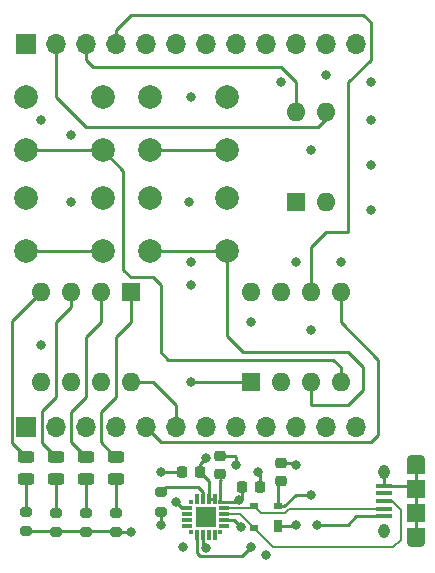
<source format=gbr>
%TF.GenerationSoftware,KiCad,Pcbnew,(6.0.9-0)*%
%TF.CreationDate,2022-11-13T08:04:19-06:00*%
%TF.ProjectId,ProgramingAddOn,50726f67-7261-46d6-996e-674164644f6e,rev?*%
%TF.SameCoordinates,Original*%
%TF.FileFunction,Copper,L1,Top*%
%TF.FilePolarity,Positive*%
%FSLAX46Y46*%
G04 Gerber Fmt 4.6, Leading zero omitted, Abs format (unit mm)*
G04 Created by KiCad (PCBNEW (6.0.9-0)) date 2022-11-13 08:04:19*
%MOMM*%
%LPD*%
G01*
G04 APERTURE LIST*
G04 Aperture macros list*
%AMRoundRect*
0 Rectangle with rounded corners*
0 $1 Rounding radius*
0 $2 $3 $4 $5 $6 $7 $8 $9 X,Y pos of 4 corners*
0 Add a 4 corners polygon primitive as box body*
4,1,4,$2,$3,$4,$5,$6,$7,$8,$9,$2,$3,0*
0 Add four circle primitives for the rounded corners*
1,1,$1+$1,$2,$3*
1,1,$1+$1,$4,$5*
1,1,$1+$1,$6,$7*
1,1,$1+$1,$8,$9*
0 Add four rect primitives between the rounded corners*
20,1,$1+$1,$2,$3,$4,$5,0*
20,1,$1+$1,$4,$5,$6,$7,0*
20,1,$1+$1,$6,$7,$8,$9,0*
20,1,$1+$1,$8,$9,$2,$3,0*%
G04 Aperture macros list end*
%TA.AperFunction,ComponentPad*%
%ADD10C,2.000000*%
%TD*%
%TA.AperFunction,SMDPad,CuDef*%
%ADD11RoundRect,0.225000X0.250000X-0.225000X0.250000X0.225000X-0.250000X0.225000X-0.250000X-0.225000X0*%
%TD*%
%TA.AperFunction,SMDPad,CuDef*%
%ADD12RoundRect,0.243750X-0.456250X0.243750X-0.456250X-0.243750X0.456250X-0.243750X0.456250X0.243750X0*%
%TD*%
%TA.AperFunction,SMDPad,CuDef*%
%ADD13RoundRect,0.200000X0.275000X-0.200000X0.275000X0.200000X-0.275000X0.200000X-0.275000X-0.200000X0*%
%TD*%
%TA.AperFunction,SMDPad,CuDef*%
%ADD14R,0.700000X1.000000*%
%TD*%
%TA.AperFunction,SMDPad,CuDef*%
%ADD15R,0.700000X0.600000*%
%TD*%
%TA.AperFunction,ComponentPad*%
%ADD16R,1.600000X1.600000*%
%TD*%
%TA.AperFunction,ComponentPad*%
%ADD17O,1.600000X1.600000*%
%TD*%
%TA.AperFunction,SMDPad,CuDef*%
%ADD18R,1.350000X0.400000*%
%TD*%
%TA.AperFunction,SMDPad,CuDef*%
%ADD19R,1.550000X1.200000*%
%TD*%
%TA.AperFunction,ComponentPad*%
%ADD20O,1.550000X0.890000*%
%TD*%
%TA.AperFunction,ComponentPad*%
%ADD21O,0.950000X1.250000*%
%TD*%
%TA.AperFunction,SMDPad,CuDef*%
%ADD22R,1.550000X1.500000*%
%TD*%
%TA.AperFunction,SMDPad,CuDef*%
%ADD23RoundRect,0.225000X-0.225000X-0.250000X0.225000X-0.250000X0.225000X0.250000X-0.225000X0.250000X0*%
%TD*%
%TA.AperFunction,SMDPad,CuDef*%
%ADD24R,0.300000X0.300000*%
%TD*%
%TA.AperFunction,SMDPad,CuDef*%
%ADD25R,0.900000X0.300000*%
%TD*%
%TA.AperFunction,SMDPad,CuDef*%
%ADD26R,0.300000X0.900000*%
%TD*%
%TA.AperFunction,SMDPad,CuDef*%
%ADD27R,1.800000X1.800000*%
%TD*%
%TA.AperFunction,SMDPad,CuDef*%
%ADD28RoundRect,0.225000X0.225000X0.250000X-0.225000X0.250000X-0.225000X-0.250000X0.225000X-0.250000X0*%
%TD*%
%TA.AperFunction,ComponentPad*%
%ADD29R,1.700000X1.700000*%
%TD*%
%TA.AperFunction,ComponentPad*%
%ADD30O,1.700000X1.700000*%
%TD*%
%TA.AperFunction,ViaPad*%
%ADD31C,0.800000*%
%TD*%
%TA.AperFunction,Conductor*%
%ADD32C,0.250000*%
%TD*%
%TA.AperFunction,Conductor*%
%ADD33C,0.200000*%
%TD*%
G04 APERTURE END LIST*
D10*
%TO.P,SW2,1,1*%
%TO.N,+3.3V*%
X74050000Y-55880000D03*
X80550000Y-55880000D03*
%TO.P,SW2,2,2*%
%TO.N,Net-(SW2-Pad2)*%
X80550000Y-60380000D03*
X74050000Y-60380000D03*
%TD*%
D11*
%TO.P,C3,1*%
%TO.N,+3.3V*%
X79955557Y-87832003D03*
%TO.P,C3,2*%
%TO.N,GND*%
X79955557Y-86282003D03*
%TD*%
D12*
%TO.P,D2,1,K*%
%TO.N,Net-(D2-Pad1)*%
X66040000Y-86312500D03*
%TO.P,D2,2,A*%
%TO.N,Net-(D2-Pad2)*%
X66040000Y-88187500D03*
%TD*%
D13*
%TO.P,R3,1*%
%TO.N,GND*%
X63485603Y-92646873D03*
%TO.P,R3,2*%
%TO.N,Net-(D3-Pad2)*%
X63485603Y-90996873D03*
%TD*%
D14*
%TO.P,D1,1,A*%
%TO.N,GND*%
X84820000Y-92190000D03*
D15*
%TO.P,D1,2,K*%
%TO.N,VBUS*%
X84820000Y-90490000D03*
%TO.P,D1,3,K*%
%TO.N,/D-*%
X82820000Y-90490000D03*
%TO.P,D1,4,K*%
%TO.N,/D+*%
X82820000Y-92390000D03*
%TD*%
D16*
%TO.P,SW7,1*%
%TO.N,Net-(SW4-Pad2)*%
X82560000Y-80010000D03*
D17*
%TO.P,SW7,2*%
%TO.N,Net-(SW2-Pad2)*%
X85100000Y-80010000D03*
%TO.P,SW7,3*%
%TO.N,Net-(SW6-Pad2)*%
X87640000Y-80010000D03*
%TO.P,SW7,4*%
%TO.N,Net-(SW3-Pad2)*%
X90180000Y-80010000D03*
%TO.P,SW7,5*%
%TO.N,/In-0*%
X90180000Y-72390000D03*
%TO.P,SW7,6*%
%TO.N,/In-1*%
X87640000Y-72390000D03*
%TO.P,SW7,7*%
%TO.N,/In-2 {slash} RX*%
X85100000Y-72390000D03*
%TO.P,SW7,8*%
%TO.N,/In-3 {slash} TX*%
X82560000Y-72390000D03*
%TD*%
D18*
%TO.P,J1,1,VBUS*%
%TO.N,VBUS*%
X93850000Y-91381298D03*
%TO.P,J1,2,D-*%
%TO.N,/D-*%
X93850000Y-90731298D03*
%TO.P,J1,3,D+*%
%TO.N,/D+*%
X93850000Y-90081298D03*
%TO.P,J1,4,ID*%
%TO.N,unconnected-(J1-Pad4)*%
X93850000Y-89431298D03*
%TO.P,J1,5,GND*%
%TO.N,GND*%
X93850000Y-88781298D03*
D19*
%TO.P,J1,6,Shield*%
X96550000Y-87181298D03*
D20*
X96550000Y-86581298D03*
D21*
X93850000Y-92581298D03*
D22*
X96550000Y-89081298D03*
D19*
X96550000Y-92981298D03*
D21*
X93850000Y-87581298D03*
D22*
X96550000Y-91081298D03*
D20*
X96550000Y-93581298D03*
%TD*%
D16*
%TO.P,SW1,1*%
%TO.N,/TXD*%
X86380000Y-64770000D03*
D17*
%TO.P,SW1,2*%
%TO.N,/RXD*%
X88920000Y-64770000D03*
%TO.P,SW1,3*%
%TO.N,/In-3 {slash} TX*%
X88920000Y-57150000D03*
%TO.P,SW1,4*%
%TO.N,/In-2 {slash} RX*%
X86380000Y-57150000D03*
%TD*%
D13*
%TO.P,R5,1*%
%TO.N,GND*%
X71120000Y-92710000D03*
%TO.P,R5,2*%
%TO.N,Net-(D5-Pad2)*%
X71120000Y-91060000D03*
%TD*%
%TO.P,R4,1*%
%TO.N,GND*%
X68580000Y-92710000D03*
%TO.P,R4,2*%
%TO.N,Net-(D4-Pad2)*%
X68580000Y-91060000D03*
%TD*%
D11*
%TO.P,C1,1*%
%TO.N,VBUS*%
X85090000Y-88405000D03*
%TO.P,C1,2*%
%TO.N,GND*%
X85090000Y-86855000D03*
%TD*%
D23*
%TO.P,C4,1*%
%TO.N,+3.3V*%
X81775000Y-88900000D03*
%TO.P,C4,2*%
%TO.N,GND*%
X83325000Y-88900000D03*
%TD*%
D10*
%TO.P,SW4,1,1*%
%TO.N,+3.3V*%
X70000000Y-64430000D03*
X63500000Y-64430000D03*
%TO.P,SW4,2,2*%
%TO.N,Net-(SW4-Pad2)*%
X63500000Y-68930000D03*
X70000000Y-68930000D03*
%TD*%
%TO.P,SW3,1,1*%
%TO.N,+3.3V*%
X70000000Y-55880000D03*
X63500000Y-55880000D03*
%TO.P,SW3,2,2*%
%TO.N,Net-(SW3-Pad2)*%
X63500000Y-60380000D03*
X70000000Y-60380000D03*
%TD*%
D12*
%TO.P,D5,1,K*%
%TO.N,Net-(D5-Pad1)*%
X71120000Y-86312500D03*
%TO.P,D5,2,A*%
%TO.N,Net-(D5-Pad2)*%
X71120000Y-88187500D03*
%TD*%
D24*
%TO.P,U1,1,RS485/GPIO.1*%
%TO.N,unconnected-(U1-Pad1)*%
X79990000Y-92690000D03*
D25*
%TO.P,U1,2,CLK/GPIO.0*%
%TO.N,unconnected-(U1-Pad2)*%
X80290000Y-92190000D03*
%TO.P,U1,3,GND*%
%TO.N,GND*%
X80290000Y-91690000D03*
%TO.P,U1,4,D+*%
%TO.N,/D+*%
X80290000Y-91190000D03*
%TO.P,U1,5,D-*%
%TO.N,/D-*%
X80290000Y-90690000D03*
D24*
%TO.P,U1,6,VDD*%
%TO.N,+3.3V*%
X79990000Y-90190000D03*
D26*
%TO.P,U1,7,VREGIN*%
%TO.N,VBUS*%
X79490000Y-89890000D03*
%TO.P,U1,8,VBUS*%
X78990000Y-89890000D03*
%TO.P,U1,9,~{RST}*%
%TO.N,Net-(R1-Pad2)*%
X78490000Y-89890000D03*
%TO.P,U1,10,NC*%
%TO.N,unconnected-(U1-Pad10)*%
X77990000Y-89890000D03*
D24*
%TO.P,U1,11,~{SUSPEND}*%
%TO.N,unconnected-(U1-Pad11)*%
X77490000Y-90190000D03*
D25*
%TO.P,U1,12,GND*%
%TO.N,GND*%
X77190000Y-90690000D03*
%TO.P,U1,13,~{WAKEUP}*%
%TO.N,unconnected-(U1-Pad13)*%
X77190000Y-91190000D03*
%TO.P,U1,14,SUSPEND*%
%TO.N,unconnected-(U1-Pad14)*%
X77190000Y-91690000D03*
%TO.P,U1,15,~{CTS}*%
%TO.N,unconnected-(U1-Pad15)*%
X77190000Y-92190000D03*
D24*
%TO.P,U1,16,~{RTS}*%
%TO.N,unconnected-(U1-Pad16)*%
X77490000Y-92690000D03*
D26*
%TO.P,U1,17,RXD*%
%TO.N,/RXD*%
X77990000Y-92990000D03*
%TO.P,U1,18,TXD*%
%TO.N,/TXD*%
X78490000Y-92990000D03*
%TO.P,U1,19,~{RXT}/GPIO.3*%
%TO.N,unconnected-(U1-Pad19)*%
X78990000Y-92990000D03*
%TO.P,U1,20,~{TXT}/GPIO.2*%
%TO.N,unconnected-(U1-Pad20)*%
X79490000Y-92990000D03*
D27*
%TO.P,U1,21,GND*%
%TO.N,GND*%
X78740000Y-91440000D03*
%TD*%
D13*
%TO.P,R2,1*%
%TO.N,GND*%
X66040000Y-92710000D03*
%TO.P,R2,2*%
%TO.N,Net-(D2-Pad2)*%
X66040000Y-91060000D03*
%TD*%
D12*
%TO.P,D4,1,K*%
%TO.N,Net-(D4-Pad1)*%
X68580000Y-86322768D03*
%TO.P,D4,2,A*%
%TO.N,Net-(D4-Pad2)*%
X68580000Y-88197768D03*
%TD*%
D13*
%TO.P,R1,1*%
%TO.N,+3.3V*%
X74930000Y-90995000D03*
%TO.P,R1,2*%
%TO.N,Net-(R1-Pad2)*%
X74930000Y-89345000D03*
%TD*%
D28*
%TO.P,C2,1*%
%TO.N,VBUS*%
X78245000Y-87630000D03*
%TO.P,C2,2*%
%TO.N,GND*%
X76695000Y-87630000D03*
%TD*%
D10*
%TO.P,SW6,1,1*%
%TO.N,+3.3V*%
X74050000Y-64430000D03*
X80550000Y-64430000D03*
%TO.P,SW6,2,2*%
%TO.N,Net-(SW6-Pad2)*%
X80550000Y-68930000D03*
X74050000Y-68930000D03*
%TD*%
D16*
%TO.P,SW5,1*%
%TO.N,Net-(D5-Pad1)*%
X72390000Y-72400000D03*
D17*
%TO.P,SW5,2*%
%TO.N,Net-(D4-Pad1)*%
X69850000Y-72400000D03*
%TO.P,SW5,3*%
%TO.N,Net-(D2-Pad1)*%
X67310000Y-72400000D03*
%TO.P,SW5,4*%
%TO.N,Net-(D3-Pad1)*%
X64770000Y-72400000D03*
%TO.P,SW5,5*%
%TO.N,/Out-0*%
X64770000Y-80020000D03*
%TO.P,SW5,6*%
%TO.N,/Out-1*%
X67310000Y-80020000D03*
%TO.P,SW5,7*%
%TO.N,/Out-2*%
X69850000Y-80020000D03*
%TO.P,SW5,8*%
%TO.N,/Out-3*%
X72390000Y-80020000D03*
%TD*%
D29*
%TO.P,J4,1,Pin_1*%
%TO.N,GND*%
X63495000Y-51365000D03*
D30*
%TO.P,J4,2,Pin_2*%
%TO.N,/In-3 {slash} TX*%
X66035000Y-51365000D03*
%TO.P,J4,3,Pin_3*%
%TO.N,/In-2 {slash} RX*%
X68575000Y-51365000D03*
%TO.P,J4,4,Pin_4*%
%TO.N,/In-1*%
X71115000Y-51365000D03*
%TO.P,J4,5,Pin_5*%
%TO.N,/In-0*%
X73655000Y-51365000D03*
%TO.P,J4,6,Pin_6*%
%TO.N,/Out-3*%
X76195000Y-51365000D03*
%TO.P,J4,7,Pin_7*%
%TO.N,/Out-2*%
X78735000Y-51365000D03*
%TO.P,J4,8,Pin_8*%
%TO.N,/Out-1*%
X81275000Y-51365000D03*
%TO.P,J4,9,Pin_9*%
%TO.N,/Out-0*%
X83815000Y-51365000D03*
%TO.P,J4,10,Pin_10*%
%TO.N,GND*%
X86355000Y-51365000D03*
%TO.P,J4,11,Pin_11*%
%TO.N,+3.3V*%
X88895000Y-51365000D03*
%TO.P,J4,12,Pin_12*%
%TO.N,/Reset*%
X91435000Y-51365000D03*
%TD*%
D12*
%TO.P,D3,1,K*%
%TO.N,Net-(D3-Pad1)*%
X63485603Y-86348507D03*
%TO.P,D3,2,A*%
%TO.N,Net-(D3-Pad2)*%
X63485603Y-88223507D03*
%TD*%
D29*
%TO.P,J5,1,Pin_1*%
%TO.N,GND*%
X63500000Y-83830000D03*
D30*
%TO.P,J5,2,Pin_2*%
%TO.N,/In-3 {slash} TX*%
X66040000Y-83830000D03*
%TO.P,J5,3,Pin_3*%
%TO.N,/In-2 {slash} RX*%
X68580000Y-83830000D03*
%TO.P,J5,4,Pin_4*%
%TO.N,/In-1*%
X71120000Y-83830000D03*
%TO.P,J5,5,Pin_5*%
%TO.N,/In-0*%
X73660000Y-83830000D03*
%TO.P,J5,6,Pin_6*%
%TO.N,/Out-3*%
X76200000Y-83830000D03*
%TO.P,J5,7,Pin_7*%
%TO.N,/Out-2*%
X78740000Y-83830000D03*
%TO.P,J5,8,Pin_8*%
%TO.N,/Out-1*%
X81280000Y-83830000D03*
%TO.P,J5,9,Pin_9*%
%TO.N,/Out-0*%
X83820000Y-83830000D03*
%TO.P,J5,10,Pin_10*%
%TO.N,GND*%
X86360000Y-83830000D03*
%TO.P,J5,11,Pin_11*%
%TO.N,+3.3V*%
X88900000Y-83830000D03*
%TO.P,J5,12,Pin_12*%
%TO.N,/Reset*%
X91440000Y-83830000D03*
%TD*%
D31*
%TO.N,VBUS*%
X87630000Y-89535000D03*
X78740000Y-86449500D03*
X88175000Y-92075000D03*
%TO.N,GND*%
X83820000Y-94615000D03*
X72390000Y-92710000D03*
X87630000Y-60325000D03*
X88900000Y-53975000D03*
X64770000Y-57785000D03*
X67310000Y-64770000D03*
X83185000Y-87630000D03*
X92710000Y-54610000D03*
X82550000Y-74930000D03*
X85090000Y-54610000D03*
X86360000Y-92075000D03*
X76200000Y-90170000D03*
X76835000Y-93980000D03*
X87630000Y-75565000D03*
X64770000Y-76835000D03*
X77470000Y-69850000D03*
X81280000Y-86995000D03*
X86360000Y-69850000D03*
X77300000Y-64770000D03*
X77470000Y-55880000D03*
X92710000Y-57785000D03*
X74930000Y-87630000D03*
X92710000Y-61595000D03*
X81695602Y-92254846D03*
X92710000Y-65405000D03*
X67310000Y-59055000D03*
X86360000Y-86995000D03*
X90170000Y-69850000D03*
X78740000Y-91440000D03*
%TO.N,+3.3V*%
X81575767Y-89990500D03*
X74930000Y-92075000D03*
%TO.N,/TXD*%
X78730837Y-94029479D03*
%TO.N,/RXD*%
X82550000Y-93980000D03*
%TO.N,Net-(SW4-Pad2)*%
X77470000Y-71755000D03*
X77470000Y-80010000D03*
%TD*%
D32*
%TO.N,/In-1*%
X71115000Y-51365000D02*
X71115000Y-50170000D01*
X92075000Y-48895000D02*
X92710000Y-49530000D01*
X71115000Y-50170000D02*
X72390000Y-48895000D01*
X72390000Y-48895000D02*
X92075000Y-48895000D01*
X92710000Y-49530000D02*
X92710000Y-52705000D01*
X88900000Y-67310000D02*
X87640000Y-68570000D01*
X92710000Y-52705000D02*
X90805000Y-54610000D01*
X90805000Y-54610000D02*
X90805000Y-67310000D01*
X90805000Y-67310000D02*
X88900000Y-67310000D01*
X87640000Y-68570000D02*
X87640000Y-72390000D01*
%TO.N,VBUS*%
X88175000Y-92075000D02*
X90805000Y-92075000D01*
X90805000Y-92075000D02*
X91498702Y-91381298D01*
X84820000Y-90490000D02*
X84820000Y-88675000D01*
X78990000Y-89890000D02*
X78990000Y-88375000D01*
X86360000Y-89535000D02*
X87630000Y-89535000D01*
X91498702Y-91381298D02*
X93850000Y-91381298D01*
X78245000Y-86944500D02*
X78740000Y-86449500D01*
X84820000Y-88675000D02*
X85090000Y-88405000D01*
X84820000Y-90490000D02*
X85405000Y-90490000D01*
X85405000Y-90490000D02*
X86360000Y-89535000D01*
X78990000Y-88375000D02*
X78245000Y-87630000D01*
X78990000Y-89890000D02*
X79490000Y-89890000D01*
X78245000Y-87630000D02*
X78245000Y-86944500D01*
%TO.N,GND*%
X77190000Y-90690000D02*
X76720000Y-90690000D01*
X76695000Y-87630000D02*
X74930000Y-87630000D01*
X83325000Y-87770000D02*
X83185000Y-87630000D01*
X71120000Y-92710000D02*
X72390000Y-92710000D01*
X93850000Y-88781298D02*
X93850000Y-87581298D01*
X71056873Y-92646873D02*
X71120000Y-92710000D01*
X81280000Y-86360000D02*
X81280000Y-86995000D01*
X96550000Y-89081298D02*
X96550000Y-91081298D01*
X63485603Y-92646873D02*
X71056873Y-92646873D01*
X96550000Y-91081298D02*
X96550000Y-92981298D01*
X86220000Y-86855000D02*
X86360000Y-86995000D01*
X96250000Y-88781298D02*
X96550000Y-89081298D01*
X86245000Y-92190000D02*
X86360000Y-92075000D01*
X81130756Y-91690000D02*
X81695602Y-92254846D01*
X79955557Y-86282003D02*
X81202003Y-86282003D01*
X84820000Y-92190000D02*
X86245000Y-92190000D01*
X81202003Y-86282003D02*
X81280000Y-86360000D01*
X93850000Y-88781298D02*
X96250000Y-88781298D01*
X85090000Y-86855000D02*
X86220000Y-86855000D01*
X80290000Y-91690000D02*
X81130756Y-91690000D01*
X96550000Y-87181298D02*
X96550000Y-89081298D01*
X76720000Y-90690000D02*
X76200000Y-90170000D01*
X83325000Y-88900000D02*
X83325000Y-87770000D01*
%TO.N,+3.3V*%
X74930000Y-90995000D02*
X74930000Y-92075000D01*
X79990000Y-90190000D02*
X79990000Y-88285000D01*
X81775000Y-88900000D02*
X81775000Y-89791267D01*
X79990000Y-88285000D02*
X80010000Y-88265000D01*
X79990000Y-90190000D02*
X81376267Y-90190000D01*
X81376267Y-90190000D02*
X81575767Y-89990500D01*
X81775000Y-89791267D02*
X81575767Y-89990500D01*
D33*
%TO.N,/D+*%
X84410000Y-93980000D02*
X94615000Y-93980000D01*
X94615000Y-93980000D02*
X95250000Y-93345000D01*
X82820000Y-92390000D02*
X84410000Y-93980000D01*
X82820000Y-92390000D02*
X81620000Y-91190000D01*
X95250000Y-90805000D02*
X94526298Y-90081298D01*
X95250000Y-93345000D02*
X95250000Y-90805000D01*
X94526298Y-90081298D02*
X93850000Y-90081298D01*
X81620000Y-91190000D02*
X80290000Y-91190000D01*
D32*
%TO.N,Net-(D2-Pad2)*%
X66040000Y-91060000D02*
X66040000Y-88187500D01*
%TO.N,Net-(D4-Pad2)*%
X68580000Y-91060000D02*
X68580000Y-88197768D01*
%TO.N,Net-(D5-Pad2)*%
X71120000Y-88187500D02*
X71120000Y-91060000D01*
%TO.N,/TXD*%
X78490000Y-93788642D02*
X78490000Y-92990000D01*
X78730837Y-94029479D02*
X78490000Y-93788642D01*
%TO.N,/RXD*%
X81775521Y-94754479D02*
X82550000Y-93980000D01*
X77990000Y-92990000D02*
X77990000Y-94500000D01*
X77990000Y-94500000D02*
X78244479Y-94754479D01*
X78244479Y-94754479D02*
X81775521Y-94754479D01*
%TO.N,/In-2 {slash} RX*%
X86380000Y-54630000D02*
X85090000Y-53340000D01*
X86380000Y-57150000D02*
X86380000Y-54630000D01*
X69215000Y-53340000D02*
X68575000Y-52700000D01*
X85090000Y-53340000D02*
X69215000Y-53340000D01*
X68575000Y-52700000D02*
X68575000Y-51365000D01*
%TO.N,/In-3 {slash} TX*%
X68580000Y-58420000D02*
X66035000Y-55875000D01*
X88265000Y-58420000D02*
X68580000Y-58420000D01*
X88920000Y-57150000D02*
X88920000Y-57765000D01*
X66035000Y-55875000D02*
X66035000Y-51365000D01*
X88920000Y-57765000D02*
X88265000Y-58420000D01*
%TO.N,/Out-3*%
X76200000Y-81915000D02*
X76200000Y-83830000D01*
X74305000Y-80020000D02*
X76200000Y-81915000D01*
X72390000Y-80020000D02*
X74305000Y-80020000D01*
%TO.N,/In-0*%
X93345000Y-84455000D02*
X92710000Y-85090000D01*
X93345000Y-78105000D02*
X93345000Y-84455000D01*
X90180000Y-74940000D02*
X93345000Y-78105000D01*
X92710000Y-85090000D02*
X74920000Y-85090000D01*
X74920000Y-85090000D02*
X73660000Y-83830000D01*
X90180000Y-72390000D02*
X90180000Y-74940000D01*
%TO.N,Net-(R1-Pad2)*%
X75375000Y-88900000D02*
X74930000Y-89345000D01*
X78105000Y-88900000D02*
X75375000Y-88900000D01*
X78490000Y-89890000D02*
X78490000Y-89285000D01*
X78490000Y-89285000D02*
X78105000Y-88900000D01*
D33*
%TO.N,/D-*%
X85828702Y-90731298D02*
X85470000Y-91090000D01*
X83420000Y-91090000D02*
X82820000Y-90490000D01*
X85470000Y-91090000D02*
X83420000Y-91090000D01*
X85828702Y-90731298D02*
X93850000Y-90731298D01*
X82620000Y-90690000D02*
X82820000Y-90490000D01*
X80290000Y-90690000D02*
X82620000Y-90690000D01*
D32*
%TO.N,Net-(D2-Pad1)*%
X66040000Y-81280000D02*
X64865000Y-82455000D01*
X64865000Y-85137500D02*
X66040000Y-86312500D01*
X67310000Y-73660000D02*
X66040000Y-74930000D01*
X64865000Y-82455000D02*
X64865000Y-85137500D01*
X67310000Y-72400000D02*
X67310000Y-73660000D01*
X66040000Y-74930000D02*
X66040000Y-81280000D01*
%TO.N,Net-(D3-Pad1)*%
X62325000Y-74845000D02*
X64770000Y-72400000D01*
X62325000Y-74845000D02*
X62325000Y-85187904D01*
X62325000Y-85187904D02*
X63485603Y-86348507D01*
%TO.N,Net-(D3-Pad2)*%
X63485603Y-90996873D02*
X63485603Y-88223507D01*
%TO.N,Net-(D4-Pad1)*%
X67310000Y-85052768D02*
X67310000Y-82550000D01*
X67310000Y-82550000D02*
X68580000Y-81280000D01*
X68580000Y-86322768D02*
X67310000Y-85052768D01*
X68580000Y-81280000D02*
X68580000Y-76200000D01*
X69850000Y-74930000D02*
X69850000Y-72400000D01*
X68580000Y-76200000D02*
X69850000Y-74930000D01*
%TO.N,Net-(D5-Pad1)*%
X71120000Y-76200000D02*
X72390000Y-74930000D01*
X71120000Y-81280000D02*
X71120000Y-76200000D01*
X69850000Y-82550000D02*
X71120000Y-81280000D01*
X72390000Y-74930000D02*
X72390000Y-72400000D01*
X71120000Y-86312500D02*
X71072500Y-86312500D01*
X69850000Y-85090000D02*
X69850000Y-82550000D01*
X71072500Y-86312500D02*
X69850000Y-85090000D01*
%TO.N,Net-(SW2-Pad2)*%
X74050000Y-60380000D02*
X80550000Y-60380000D01*
%TO.N,Net-(SW3-Pad2)*%
X90180000Y-78750000D02*
X90180000Y-80010000D01*
X75565000Y-78105000D02*
X89535000Y-78105000D01*
X74930000Y-71755000D02*
X74930000Y-77470000D01*
X74930000Y-77470000D02*
X75565000Y-78105000D01*
X74295000Y-71120000D02*
X74930000Y-71755000D01*
X89535000Y-78105000D02*
X90180000Y-78750000D01*
X71755000Y-70485000D02*
X72390000Y-71120000D01*
X63500000Y-60380000D02*
X70000000Y-60380000D01*
X72390000Y-71120000D02*
X74295000Y-71120000D01*
X71755000Y-62135000D02*
X71755000Y-70485000D01*
X70000000Y-60380000D02*
X71755000Y-62135000D01*
%TO.N,Net-(SW4-Pad2)*%
X77470000Y-80010000D02*
X82560000Y-80010000D01*
X63500000Y-68930000D02*
X70000000Y-68930000D01*
%TO.N,Net-(SW6-Pad2)*%
X87640000Y-81905000D02*
X87640000Y-80010000D01*
X92075000Y-78740000D02*
X92075000Y-80645000D01*
X80550000Y-76105000D02*
X81915000Y-77470000D01*
X90805000Y-77470000D02*
X92075000Y-78740000D01*
X87630000Y-81915000D02*
X87640000Y-81905000D01*
X81915000Y-77470000D02*
X90805000Y-77470000D01*
X80550000Y-68930000D02*
X80550000Y-76105000D01*
X92075000Y-80645000D02*
X90805000Y-81915000D01*
X74050000Y-68930000D02*
X80550000Y-68930000D01*
X90805000Y-81915000D02*
X87630000Y-81915000D01*
%TD*%
M02*

</source>
